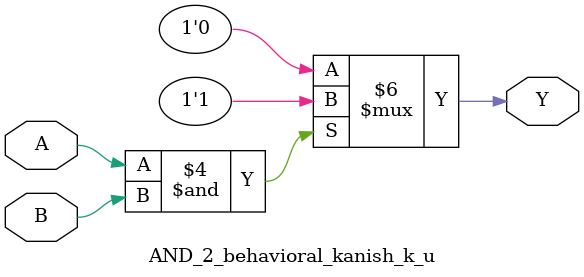
<source format=v>
module AND_2_behavioral_kanish_k_u (output reg Y, input A, B);
always @ (A or B) begin
    if (A == 1'b1 & B == 1'b1) begin
        Y = 1'b1;
    end
    else 
        Y = 1'b0; 
end
endmodule

</source>
